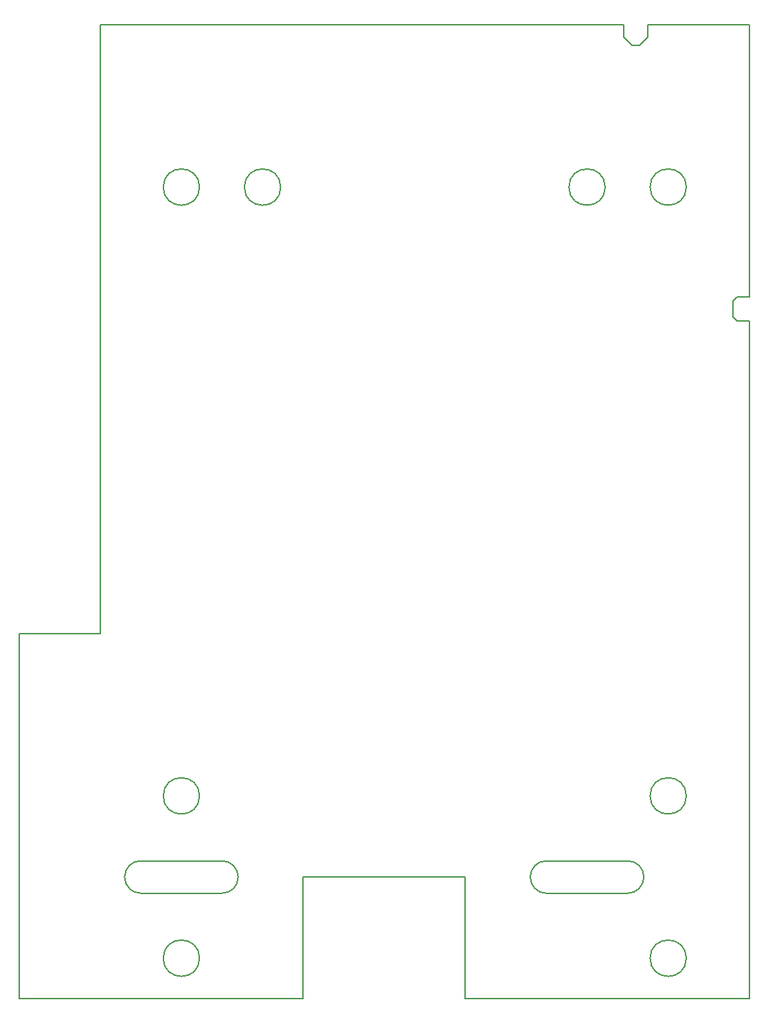
<source format=gbr>
G04 #@! TF.FileFunction,Profile,NP*
%FSLAX46Y46*%
G04 Gerber Fmt 4.6, Leading zero omitted, Abs format (unit mm)*
G04 Created by KiCad (PCBNEW 4.0.2+dfsg1-stable) date 2017年09月12日 18時24分26秒*
%MOMM*%
G01*
G04 APERTURE LIST*
%ADD10C,0.100000*%
%ADD11C,0.200000*%
G04 APERTURE END LIST*
D10*
D11*
X181085600Y-72744800D02*
X181085600Y-156244800D01*
X179585600Y-72744800D02*
X181085600Y-72744800D01*
X179085600Y-72244800D02*
X179585600Y-72744800D01*
X179085600Y-70244800D02*
X179085600Y-72244800D01*
X179585600Y-69744800D02*
X179085600Y-70244800D01*
X181085600Y-69744800D02*
X179585600Y-69744800D01*
X181085600Y-36244800D02*
X181085600Y-69744800D01*
X168585600Y-36244800D02*
X181085600Y-36244800D01*
X168585600Y-37744800D02*
X168585600Y-36244800D01*
X167585600Y-38744800D02*
X168585600Y-37744800D01*
X166585600Y-38744800D02*
X167585600Y-38744800D01*
X165585600Y-37744800D02*
X166585600Y-38744800D01*
X165585600Y-36244800D02*
X165585600Y-37744800D01*
X101085600Y-36244800D02*
X165585600Y-36244800D01*
X101085600Y-111244800D02*
X101085600Y-36244800D01*
X91085600Y-111244800D02*
X101085600Y-111244800D01*
X91085600Y-156244800D02*
X91085600Y-111244800D01*
X126085600Y-156244800D02*
X91085600Y-156244800D01*
X126085600Y-141244800D02*
X126085600Y-156244800D01*
X146085600Y-141244800D02*
X126085600Y-141244800D01*
X146085600Y-156244800D02*
X146085600Y-141244800D01*
X181085600Y-156244800D02*
X146085600Y-156244800D01*
X173321668Y-131244800D02*
G75*
G03X173321668Y-131244800I-2236068J0D01*
G01*
X113321668Y-131244800D02*
G75*
G03X113321668Y-131244800I-2236068J0D01*
G01*
X123321668Y-56244800D02*
G75*
G03X123321668Y-56244800I-2236068J0D01*
G01*
X163321668Y-56244800D02*
G75*
G03X163321668Y-56244800I-2236068J0D01*
G01*
X113321668Y-56244800D02*
G75*
G03X113321668Y-56244800I-2236068J0D01*
G01*
X113321668Y-151244800D02*
G75*
G03X113321668Y-151244800I-2236068J0D01*
G01*
X156085600Y-139244800D02*
X157085600Y-139244800D01*
X156085600Y-143244800D02*
X166085600Y-143244800D01*
X157085600Y-139244800D02*
X166085600Y-139244800D01*
X106085600Y-143244800D02*
X116085600Y-143244800D01*
X106085600Y-139244800D02*
X116085600Y-139244800D01*
X154085600Y-141244800D02*
G75*
G03X156085600Y-143244800I2000000J0D01*
G01*
X156085600Y-139244800D02*
G75*
G03X154085600Y-141244800I0J-2000000D01*
G01*
X168085600Y-141244800D02*
G75*
G03X166085600Y-139244800I-2000000J0D01*
G01*
X166085600Y-143244800D02*
G75*
G03X168085600Y-141244800I0J2000000D01*
G01*
X118085600Y-141244800D02*
G75*
G03X116085600Y-139244800I-2000000J0D01*
G01*
X116085600Y-143244800D02*
G75*
G03X118085600Y-141244800I0J2000000D01*
G01*
X106085600Y-139244800D02*
G75*
G03X104085600Y-141244800I0J-2000000D01*
G01*
X104085600Y-141244800D02*
G75*
G03X106085600Y-143244800I2000000J0D01*
G01*
X173321668Y-56244800D02*
G75*
G03X173321668Y-56244800I-2236068J0D01*
G01*
X173321668Y-151244800D02*
G75*
G03X173321668Y-151244800I-2236068J0D01*
G01*
M02*

</source>
